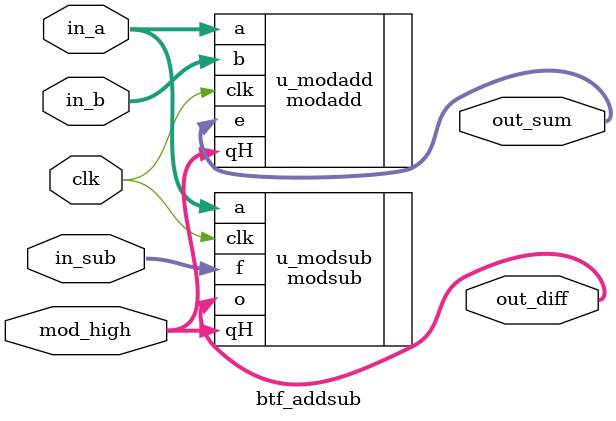
<source format=v>
`timescale 1ns/1ps


module btf_addsub #
(
    parameter integer LOGQ       = 0,
    parameter [LOGQ-1:0] MODULUS = 0,
    parameter integer WORD_SIZE  = 0,
    parameter integer LATENCY    = 0
)
(
    input  wire                   clk,
    input  wire [LOGQ-WORD_SIZE-1:0] mod_high,
    input  wire [LOGQ-1:0]          in_a,
    input  wire [LOGQ-1:0]          in_b,
    input  wire [LOGQ-1:0]          in_sub,
    output wire [LOGQ-1:0]          out_sum,
    output wire [LOGQ-1:0]          out_diff
);

    modadd #(
        .LOGQ(LOGQ),
        .Q_VALUE(MODULUS),
        .WORD_SIZE(WORD_SIZE),
        .MODADD_LAT(LATENCY)
    ) u_modadd (
        .clk(clk),
        .qH(mod_high),
        .a(in_a),
        .b(in_b),
        .e(out_sum)
    );

    modsub #(
        .LOGQ(LOGQ),
        .Q_VALUE(MODULUS),
        .WORD_SIZE(WORD_SIZE),
        .MODADD_LAT(LATENCY)
    ) u_modsub (
        .clk(clk),
        .qH(mod_high),
        .a(in_a),
        .f(in_sub),
        .o(out_diff)
    );

endmodule


</source>
